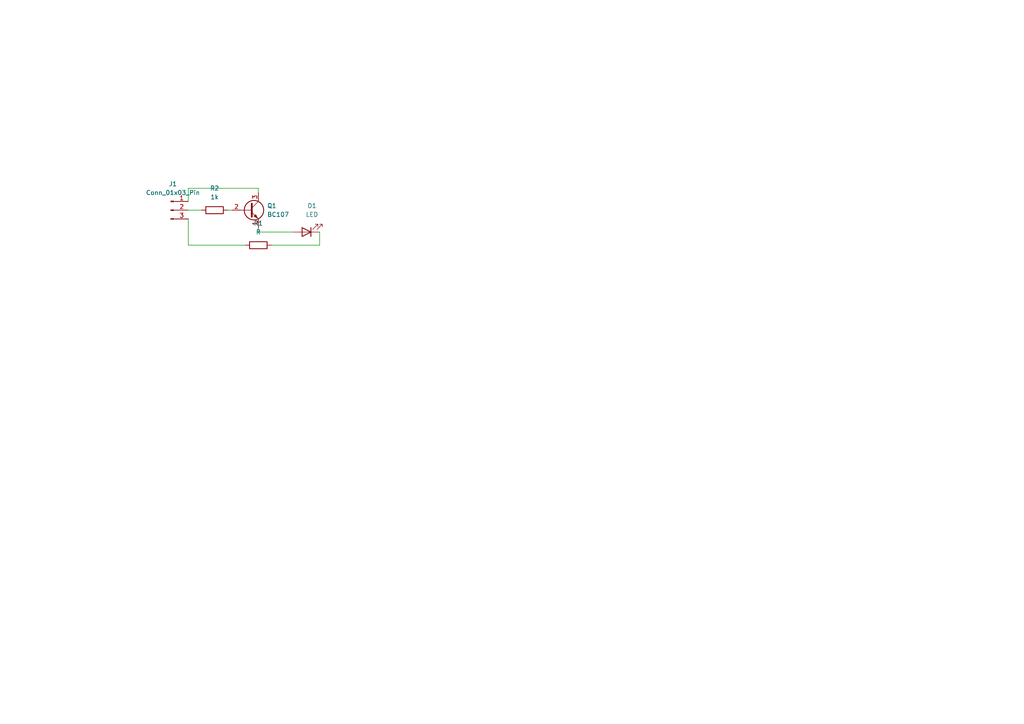
<source format=kicad_sch>
(kicad_sch (version 20250114) (generator "eeschema") (generator_version "9.0")
  (paper "A4")
  (lib_symbols
    (symbol "Connector:Conn_01x03_Pin" (pin_names (offset 1.016) (hide yes))
      (property "Reference" "J" (at 0 5.08 0))
      (property "Value" "Conn_01x03_Pin" (at 0 -5.08 0))
      (symbol "Conn_01x03_Pin_1_1"
        (rectangle (start 0.8636 2.667) (end 0 2.413) (stroke (width 0.1524)) (fill (type outline)))
        (rectangle (start 0.8636 0.127) (end 0 -0.127) (stroke (width 0.1524)) (fill (type outline)))
        (rectangle (start 0.8636 -2.413) (end 0 -2.667) (stroke (width 0.1524)) (fill (type outline)))
        (polyline (pts (xy 1.27 2.54) (xy 0.8636 2.54)) (stroke (width 0.1524)))
        (polyline (pts (xy 1.27 0) (xy 0.8636 0)) (stroke (width 0.1524)))
        (polyline (pts (xy 1.27 -2.54) (xy 0.8636 -2.54)) (stroke (width 0.1524)))
        (pin passive line (at 5.08 2.54 180) (length 3.81) (name "Pin_1") (number "1"))
        (pin passive line (at 5.08 0 180) (length 3.81) (name "Pin_2") (number "2"))
        (pin passive line (at 5.08 -2.54 180) (length 3.81) (name "Pin_3") (number "3"))
      )
    )
    (symbol "Device:LED" (pin_numbers (hide yes)) (pin_names (offset 1.016) (hide yes))
      (property "Reference" "D" (at 0 2.54 0))
      (property "Value" "LED" (at 0 -2.54 0))
      (symbol "LED_0_1"
        (polyline (pts (xy -3.048 -0.762) (xy -4.572 -2.286) (xy -3.81 -2.286) (xy -4.572 -2.286) (xy -4.572 -1.524)))
        (polyline (pts (xy -1.778 -0.762) (xy -3.302 -2.286) (xy -2.54 -2.286) (xy -3.302 -2.286) (xy -3.302 -1.524)))
        (polyline (pts (xy -1.27 0) (xy 1.27 0)))
        (polyline (pts (xy -1.27 -1.27) (xy -1.27 1.27)) (stroke (width 0.254)))
        (polyline (pts (xy 1.27 -1.27) (xy 1.27 1.27) (xy -1.27 0) (xy 1.27 -1.27)) (stroke (width 0.254)))
      )
      (symbol "LED_1_1"
        (pin passive line (at -3.81 0 0) (length 2.54) (name "K") (number "1"))
        (pin passive line (at 3.81 0 180) (length 2.54) (name "A") (number "2"))
      )
    )
    (symbol "Device:R" (pin_numbers (hide yes)) (pin_names (offset 0))
      (property "Reference" "R" (at 2.032 0 90))
      (property "Value" "R" (at 0 0 90))
      (symbol "R_0_1"
        (rectangle (start -1.016 -2.54) (end 1.016 2.54) (stroke (width 0.254)))
      )
      (symbol "R_1_1"
        (pin passive line (at 0 3.81 270) (length 1.27) (name "~") (number "1"))
        (pin passive line (at 0 -3.81 90) (length 1.27) (name "~") (number "2"))
      )
    )
    (symbol "Transistor_BJT:BC107" (pin_names (offset 0) (hide yes))
      (property "Reference" "Q" (at 5.08 1.905 0))
      (property "Value" "BC107" (at 5.08 0 0))
      (symbol "BC107_0_1"
        (polyline (pts (xy -2.54 0) (xy 0.635 0)))
        (polyline (pts (xy 0.635 1.905) (xy 0.635 -1.905)) (stroke (width 0.508)))
        (circle (center 1.27 0) (radius 2.8194) (stroke (width 0.254)))
      )
      (symbol "BC107_1_1"
        (polyline (pts (xy 0.635 0.635) (xy 2.54 2.54)))
        (polyline (pts (xy 0.635 -0.635) (xy 2.54 -2.54)))
        (polyline (pts (xy 1.27 -1.778) (xy 1.778 -1.27) (xy 2.286 -2.286) (xy 1.27 -1.778)) (fill (type outline)))
        (pin input line (at -5.08 0 0) (length 2.54) (name "B") (number "2"))
        (pin passive line (at 2.54 5.08 270) (length 2.54) (name "C") (number "3"))
        (pin passive line (at 2.54 -5.08 90) (length 2.54) (name "E") (number "1"))
      )
    )
  )
  (wire (pts (xy 54.61 60.96) (xy 58.42 60.96)))
  (wire (pts (xy 54.61 63.5) (xy 54.61 71.12)))
  (wire (pts (xy 66.04 60.96) (xy 67.31 60.96)))
  (wire (pts (xy 54.61 54.61) (xy 74.93 54.61)))
  (wire (pts (xy 74.93 67.31) (xy 74.93 66.04)))
  (wire (pts (xy 54.61 71.12) (xy 71.12 71.12)))
  (wire (pts (xy 54.61 54.61) (xy 54.61 58.42)))
  (wire (pts (xy 74.93 54.61) (xy 74.93 55.88)))
  (wire (pts (xy 78.74 71.12) (xy 92.71 71.12)))
  (wire (pts (xy 74.93 67.31) (xy 85.09 67.31)))
  (wire (pts (xy 92.71 67.31) (xy 92.71 71.12)))
  (symbol (lib_id "Device:R") (at 62.23 60.96 270) (unit 1)
    (property "Reference" "R2" (at 62.23 54.61 90))
    (property "Value" "1k" (at 62.23 57.15 90))
    (property "Description" "Resistor" (effects (hide yes)))
  )
  (symbol (lib_id "Device:R") (at 74.93 71.12 270) (unit 1)
    (property "Reference" "R1" (at 74.93 64.77 90))
    (property "Value" "R" (at 74.93 67.31 90))
    (property "Description" "Resistor" (effects (hide yes)))
  )
  (symbol (lib_id "Transistor_BJT:BC107") (at 72.39 60.96 0) (unit 1)
    (property "Reference" "Q1" (at 77.47 59.6899 0) (effects (justify left)))
    (property "Value" "BC107" (at 77.47 62.2299 0) (effects (justify left)))
    (property "Footprint" "Package_TO_SOT_THT:TO-18-3" (effects (hide yes)))
    (property "Datasheet" "http://www.b-kainka.de/Daten/Transistor/BC108.pdf" (effects (hide yes)))
    (property "Description" "0.1A Ic, 50V Vce, Low Noise General Purpose NPN Transistor, TO-18" (effects (hide yes)))
  )
  (symbol (lib_id "Connector:Conn_01x03_Pin") (at 49.53 60.96 0) (unit 1)
    (property "Reference" "J1" (at 50.165 53.34 0))
    (property "Value" "Conn_01x03_Pin" (at 50.165 55.88 0))
    (property "Description" "Generic connector, single row, 01x03, script generated" (effects (hide yes)))
  )
  (symbol (lib_id "Device:LED") (at 88.9 67.31 180) (unit 1)
    (property "Reference" "D1" (at 90.4875 59.69 0))
    (property "Value" "LED" (at 90.4875 62.23 0))
    (property "Description" "Light emitting diode" (effects (hide yes)))
    (property "Sim.Pins" "1=K 2=A" (effects (hide yes)))
  )
)
</source>
